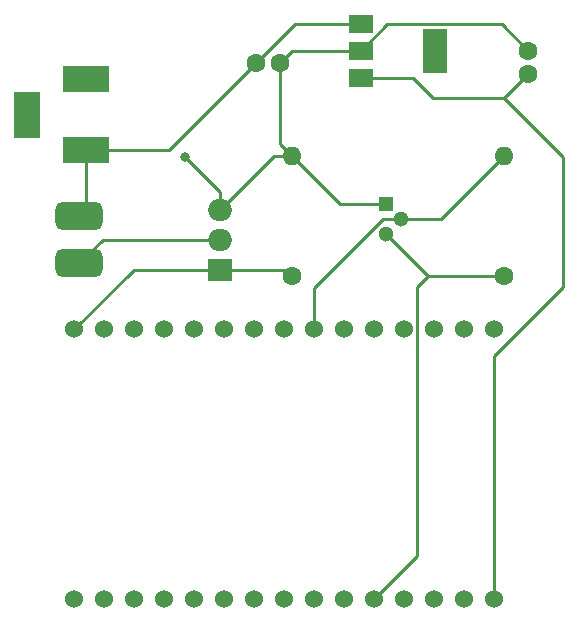
<source format=gbr>
%TF.GenerationSoftware,KiCad,Pcbnew,(6.0.7)*%
%TF.CreationDate,2024-02-17T17:29:39-05:00*%
%TF.ProjectId,temp_fan_controller,74656d70-5f66-4616-9e5f-636f6e74726f,rev?*%
%TF.SameCoordinates,Original*%
%TF.FileFunction,Copper,L1,Top*%
%TF.FilePolarity,Positive*%
%FSLAX46Y46*%
G04 Gerber Fmt 4.6, Leading zero omitted, Abs format (unit mm)*
G04 Created by KiCad (PCBNEW (6.0.7)) date 2024-02-17 17:29:39*
%MOMM*%
%LPD*%
G01*
G04 APERTURE LIST*
G04 Aperture macros list*
%AMRoundRect*
0 Rectangle with rounded corners*
0 $1 Rounding radius*
0 $2 $3 $4 $5 $6 $7 $8 $9 X,Y pos of 4 corners*
0 Add a 4 corners polygon primitive as box body*
4,1,4,$2,$3,$4,$5,$6,$7,$8,$9,$2,$3,0*
0 Add four circle primitives for the rounded corners*
1,1,$1+$1,$2,$3*
1,1,$1+$1,$4,$5*
1,1,$1+$1,$6,$7*
1,1,$1+$1,$8,$9*
0 Add four rect primitives between the rounded corners*
20,1,$1+$1,$2,$3,$4,$5,0*
20,1,$1+$1,$4,$5,$6,$7,0*
20,1,$1+$1,$6,$7,$8,$9,0*
20,1,$1+$1,$8,$9,$2,$3,0*%
G04 Aperture macros list end*
%TA.AperFunction,ComponentPad*%
%ADD10R,1.300000X1.300000*%
%TD*%
%TA.AperFunction,ComponentPad*%
%ADD11C,1.300000*%
%TD*%
%TA.AperFunction,SMDPad,CuDef*%
%ADD12RoundRect,0.600000X1.400000X0.600000X-1.400000X0.600000X-1.400000X-0.600000X1.400000X-0.600000X0*%
%TD*%
%TA.AperFunction,ComponentPad*%
%ADD13C,1.524000*%
%TD*%
%TA.AperFunction,SMDPad,CuDef*%
%ADD14R,2.000000X1.500000*%
%TD*%
%TA.AperFunction,SMDPad,CuDef*%
%ADD15R,2.000000X3.800000*%
%TD*%
%TA.AperFunction,ComponentPad*%
%ADD16C,1.600000*%
%TD*%
%TA.AperFunction,ComponentPad*%
%ADD17O,1.600000X1.600000*%
%TD*%
%TA.AperFunction,ComponentPad*%
%ADD18R,2.000000X1.905000*%
%TD*%
%TA.AperFunction,ComponentPad*%
%ADD19O,2.000000X1.905000*%
%TD*%
%TA.AperFunction,ComponentPad*%
%ADD20R,4.000000X2.200000*%
%TD*%
%TA.AperFunction,ComponentPad*%
%ADD21R,2.200000X4.000000*%
%TD*%
%TA.AperFunction,ViaPad*%
%ADD22C,0.800000*%
%TD*%
%TA.AperFunction,Conductor*%
%ADD23C,0.250000*%
%TD*%
G04 APERTURE END LIST*
D10*
%TO.P,U4,1,GND*%
%TO.N,GND*%
X124000000Y-79000000D03*
D11*
%TO.P,U4,2,DQ*%
%TO.N,Net-(R1-Pad2)*%
X125270000Y-80270000D03*
%TO.P,U4,3,VDD*%
%TO.N,Net-(R1-Pad1)*%
X124000000Y-81540000D03*
%TD*%
D12*
%TO.P,U3,1,VIN*%
%TO.N,Net-(Barrel_Jack_Connector1-Pad1)*%
X98000000Y-80000000D03*
%TO.P,U3,2,GND*%
%TO.N,Net-(Q1-Pad2)*%
X98000000Y-84000000D03*
%TD*%
D13*
%TO.P,U2,1,A0(ADC0)*%
%TO.N,unconnected-(U2-Pad1)*%
X97585000Y-112430000D03*
%TO.P,U2,2,RSV*%
%TO.N,unconnected-(U2-Pad2)*%
X100125000Y-112430000D03*
%TO.P,U2,3,RSV*%
%TO.N,unconnected-(U2-Pad3)*%
X102665000Y-112430000D03*
%TO.P,U2,4,SD3(GPIO10)*%
%TO.N,unconnected-(U2-Pad4)*%
X105205000Y-112430000D03*
%TO.P,U2,5,SD2(GPIO9)*%
%TO.N,unconnected-(U2-Pad5)*%
X107745000Y-112430000D03*
%TO.P,U2,6,SD1(MOSI)*%
%TO.N,unconnected-(U2-Pad6)*%
X110285000Y-112430000D03*
%TO.P,U2,7,CMD(CS)*%
%TO.N,unconnected-(U2-Pad7)*%
X112825000Y-112430000D03*
%TO.P,U2,8,SDO(MISO)*%
%TO.N,unconnected-(U2-Pad8)*%
X115365000Y-112430000D03*
%TO.P,U2,9,CLK(SCLK)*%
%TO.N,unconnected-(U2-Pad9)*%
X117905000Y-112430000D03*
%TO.P,U2,10,GND*%
%TO.N,unconnected-(U2-Pad10)*%
X120445000Y-112430000D03*
%TO.P,U2,11,3.3V*%
%TO.N,Net-(R1-Pad1)*%
X122985000Y-112430000D03*
%TO.P,U2,12,EN*%
%TO.N,unconnected-(U2-Pad12)*%
X125525000Y-112430000D03*
%TO.P,U2,13,RST*%
%TO.N,unconnected-(U2-Pad13)*%
X128065000Y-112430000D03*
%TO.P,U2,14,GND*%
%TO.N,GND*%
X130605000Y-112430000D03*
%TO.P,U2,15,VIN*%
%TO.N,Net-(C2-Pad1)*%
X133145000Y-112430000D03*
%TO.P,U2,16,3.3V*%
%TO.N,unconnected-(U2-Pad16)*%
X133145000Y-89570000D03*
%TO.P,U2,17,GND*%
%TO.N,unconnected-(U2-Pad17)*%
X130605000Y-89570000D03*
%TO.P,U2,18,TX(GPIO1)*%
%TO.N,unconnected-(U2-Pad18)*%
X128065000Y-89570000D03*
%TO.P,U2,19,RX(DPIO3)*%
%TO.N,unconnected-(U2-Pad19)*%
X125525000Y-89570000D03*
%TO.P,U2,20,D8(GPIO15)*%
%TO.N,unconnected-(U2-Pad20)*%
X122985000Y-89570000D03*
%TO.P,U2,21,D7(GPIO13)*%
%TO.N,unconnected-(U2-Pad21)*%
X120445000Y-89570000D03*
%TO.P,U2,22,D6(GPIO12)*%
%TO.N,Net-(R1-Pad2)*%
X117905000Y-89570000D03*
%TO.P,U2,23,D5(GPIO14)*%
%TO.N,unconnected-(U2-Pad23)*%
X115365000Y-89570000D03*
%TO.P,U2,24,GND*%
%TO.N,unconnected-(U2-Pad24)*%
X112825000Y-89570000D03*
%TO.P,U2,25,3.3V*%
%TO.N,unconnected-(U2-Pad25)*%
X110285000Y-89570000D03*
%TO.P,U2,26,D4(GPIO2)*%
%TO.N,unconnected-(U2-Pad26)*%
X107745000Y-89570000D03*
%TO.P,U2,27,D3(GPIO0)*%
%TO.N,unconnected-(U2-Pad27)*%
X105205000Y-89570000D03*
%TO.P,U2,28,D2(GPIO4)*%
%TO.N,unconnected-(U2-Pad28)*%
X102665000Y-89570000D03*
%TO.P,U2,29,D1(GPIO5)*%
%TO.N,unconnected-(U2-Pad29)*%
X100125000Y-89570000D03*
%TO.P,U2,30,D0(GPIO16)*%
%TO.N,Net-(R2-Pad1)*%
X97585000Y-89570000D03*
%TD*%
D14*
%TO.P,U1,1,VIN*%
%TO.N,Net-(Barrel_Jack_Connector1-Pad1)*%
X121850000Y-63700000D03*
%TO.P,U1,2,GND*%
%TO.N,GND*%
X121850000Y-66000000D03*
%TO.P,U1,3,OUT*%
%TO.N,Net-(C2-Pad1)*%
X121850000Y-68300000D03*
D15*
%TO.P,U1,4*%
%TO.N,N/C*%
X128150000Y-66000000D03*
%TD*%
D16*
%TO.P,R2,1*%
%TO.N,Net-(R2-Pad1)*%
X116000000Y-85080000D03*
D17*
%TO.P,R2,2*%
%TO.N,GND*%
X116000000Y-74920000D03*
%TD*%
D16*
%TO.P,R1,1*%
%TO.N,Net-(R1-Pad1)*%
X134000000Y-85080000D03*
D17*
%TO.P,R1,2*%
%TO.N,Net-(R1-Pad2)*%
X134000000Y-74920000D03*
%TD*%
D18*
%TO.P,Q1,1,G*%
%TO.N,Net-(R2-Pad1)*%
X109945000Y-84540000D03*
D19*
%TO.P,Q1,2,D*%
%TO.N,Net-(Q1-Pad2)*%
X109945000Y-82000000D03*
%TO.P,Q1,3,S*%
%TO.N,GND*%
X109945000Y-79460000D03*
%TD*%
D16*
%TO.P,C2,1*%
%TO.N,Net-(C2-Pad1)*%
X136000000Y-68000000D03*
%TO.P,C2,2*%
%TO.N,GND*%
X136000000Y-66000000D03*
%TD*%
%TO.P,C1,1*%
%TO.N,Net-(Barrel_Jack_Connector1-Pad1)*%
X113000000Y-67000000D03*
%TO.P,C1,2*%
%TO.N,GND*%
X115000000Y-67000000D03*
%TD*%
D20*
%TO.P,Barrel_Jack_Connector1,1*%
%TO.N,Net-(Barrel_Jack_Connector1-Pad1)*%
X98575000Y-74400000D03*
%TO.P,Barrel_Jack_Connector1,2*%
%TO.N,GND*%
X98575000Y-68400000D03*
D21*
%TO.P,Barrel_Jack_Connector1,3*%
%TO.N,unconnected-(Barrel_Jack_Connector1-Pad3)*%
X93575000Y-71400000D03*
%TD*%
D22*
%TO.N,GND*%
X98575000Y-68400000D03*
X107000000Y-75000000D03*
%TD*%
D23*
%TO.N,GND*%
X109945000Y-77945000D02*
X107000000Y-75000000D01*
X109945000Y-79460000D02*
X109945000Y-77945000D01*
%TO.N,Net-(R1-Pad2)*%
X123730000Y-80270000D02*
X125270000Y-80270000D01*
X117905000Y-86095000D02*
X123730000Y-80270000D01*
X117905000Y-89570000D02*
X117905000Y-86095000D01*
%TO.N,Net-(R1-Pad1)*%
X126612000Y-86008000D02*
X127540000Y-85080000D01*
X122985000Y-112430000D02*
X126612000Y-108803000D01*
X126612000Y-108803000D02*
X126612000Y-86008000D01*
X127540000Y-85080000D02*
X124000000Y-81540000D01*
X134000000Y-85080000D02*
X127540000Y-85080000D01*
%TO.N,Net-(R1-Pad2)*%
X128650000Y-80270000D02*
X134000000Y-74920000D01*
X125270000Y-80270000D02*
X128650000Y-80270000D01*
%TO.N,GND*%
X120080000Y-79000000D02*
X116000000Y-74920000D01*
X124000000Y-79000000D02*
X120080000Y-79000000D01*
%TO.N,Net-(R2-Pad1)*%
X115460000Y-84540000D02*
X116000000Y-85080000D01*
X109945000Y-84540000D02*
X115460000Y-84540000D01*
X102615000Y-84540000D02*
X97585000Y-89570000D01*
X109945000Y-84540000D02*
X102615000Y-84540000D01*
%TO.N,Net-(Q1-Pad2)*%
X100000000Y-82000000D02*
X98000000Y-84000000D01*
X109945000Y-82000000D02*
X100000000Y-82000000D01*
%TO.N,Net-(C2-Pad1)*%
X133145000Y-91855000D02*
X133145000Y-112430000D01*
X139000000Y-86000000D02*
X133145000Y-91855000D01*
X139000000Y-75000000D02*
X139000000Y-86000000D01*
X134000000Y-70000000D02*
X139000000Y-75000000D01*
X134000000Y-70000000D02*
X136000000Y-68000000D01*
X121850000Y-68300000D02*
X126300000Y-68300000D01*
X126300000Y-68300000D02*
X128000000Y-70000000D01*
X128000000Y-70000000D02*
X134000000Y-70000000D01*
%TO.N,GND*%
X133775000Y-63775000D02*
X136000000Y-66000000D01*
X124075000Y-63775000D02*
X133775000Y-63775000D01*
X121850000Y-66000000D02*
X124075000Y-63775000D01*
X114485000Y-74920000D02*
X109945000Y-79460000D01*
X116000000Y-74920000D02*
X114485000Y-74920000D01*
X115000000Y-73920000D02*
X116000000Y-74920000D01*
X115000000Y-67000000D02*
X115000000Y-73920000D01*
%TO.N,Net-(Barrel_Jack_Connector1-Pad1)*%
X98575000Y-79425000D02*
X98000000Y-80000000D01*
X98575000Y-74400000D02*
X98575000Y-79425000D01*
X98575000Y-74400000D02*
X105600000Y-74400000D01*
X105600000Y-74400000D02*
X113000000Y-67000000D01*
%TO.N,GND*%
X116000000Y-66000000D02*
X115000000Y-67000000D01*
X121850000Y-66000000D02*
X116000000Y-66000000D01*
%TO.N,Net-(Barrel_Jack_Connector1-Pad1)*%
X116300000Y-63700000D02*
X121850000Y-63700000D01*
X113000000Y-67000000D02*
X116300000Y-63700000D01*
%TD*%
M02*

</source>
